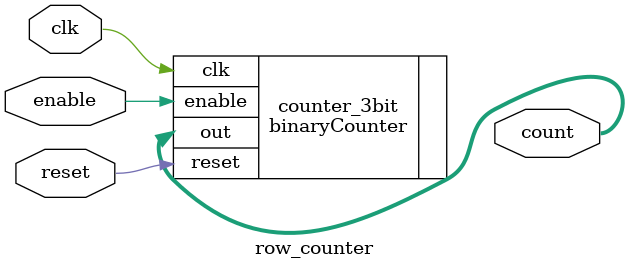
<source format=sv>
`timescale 1ns / 1ps

module row_counter(input logic clk, reset, enable,
                  output logic [2:0] count);
	
	binaryCounter #(.MAXVAL(8)) counter_3bit(.clk(clk), .reset(reset), .enable(enable), .out(count));

endmodule			  
</source>
